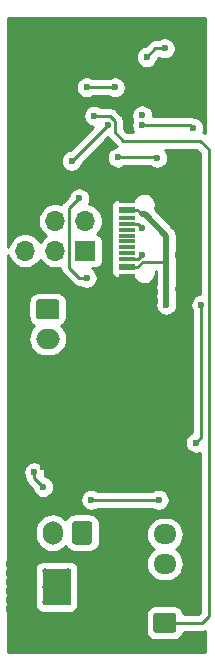
<source format=gbr>
%TF.GenerationSoftware,KiCad,Pcbnew,5.1.9-73d0e3b20d~88~ubuntu18.04.1*%
%TF.CreationDate,2021-02-25T17:56:51+01:00*%
%TF.ProjectId,climate_control,636c696d-6174-4655-9f63-6f6e74726f6c,rev?*%
%TF.SameCoordinates,Original*%
%TF.FileFunction,Copper,L2,Bot*%
%TF.FilePolarity,Positive*%
%FSLAX46Y46*%
G04 Gerber Fmt 4.6, Leading zero omitted, Abs format (unit mm)*
G04 Created by KiCad (PCBNEW 5.1.9-73d0e3b20d~88~ubuntu18.04.1) date 2021-02-25 17:56:51*
%MOMM*%
%LPD*%
G01*
G04 APERTURE LIST*
%TA.AperFunction,ComponentPad*%
%ADD10O,1.950000X1.700000*%
%TD*%
%TA.AperFunction,SMDPad,CuDef*%
%ADD11R,3.100000X2.410000*%
%TD*%
%TA.AperFunction,ComponentPad*%
%ADD12C,0.500000*%
%TD*%
%TA.AperFunction,SMDPad,CuDef*%
%ADD13R,2.410000X3.100000*%
%TD*%
%TA.AperFunction,ComponentPad*%
%ADD14C,0.600000*%
%TD*%
%TA.AperFunction,SMDPad,CuDef*%
%ADD15R,2.800000X2.300000*%
%TD*%
%TA.AperFunction,ComponentPad*%
%ADD16O,1.700000X2.000000*%
%TD*%
%TA.AperFunction,ComponentPad*%
%ADD17O,2.000000X1.700000*%
%TD*%
%TA.AperFunction,ComponentPad*%
%ADD18O,2.100000X1.050000*%
%TD*%
%TA.AperFunction,SMDPad,CuDef*%
%ADD19R,1.450000X0.600000*%
%TD*%
%TA.AperFunction,SMDPad,CuDef*%
%ADD20R,1.450000X0.300000*%
%TD*%
%TA.AperFunction,ComponentPad*%
%ADD21R,1.700000X1.700000*%
%TD*%
%TA.AperFunction,ComponentPad*%
%ADD22O,1.700000X1.700000*%
%TD*%
%TA.AperFunction,ViaPad*%
%ADD23C,0.600000*%
%TD*%
%TA.AperFunction,ViaPad*%
%ADD24C,0.800000*%
%TD*%
%TA.AperFunction,Conductor*%
%ADD25C,0.250000*%
%TD*%
%TA.AperFunction,Conductor*%
%ADD26C,0.500000*%
%TD*%
%TA.AperFunction,Conductor*%
%ADD27C,0.254000*%
%TD*%
%TA.AperFunction,Conductor*%
%ADD28C,0.100000*%
%TD*%
G04 APERTURE END LIST*
%TO.P,J1,1*%
%TO.N,SWITCH*%
%TA.AperFunction,ComponentPad*%
G36*
G01*
X114644000Y-153758000D02*
X113194000Y-153758000D01*
G75*
G02*
X112944000Y-153508000I0J250000D01*
G01*
X112944000Y-152308000D01*
G75*
G02*
X113194000Y-152058000I250000J0D01*
G01*
X114644000Y-152058000D01*
G75*
G02*
X114894000Y-152308000I0J-250000D01*
G01*
X114894000Y-153508000D01*
G75*
G02*
X114644000Y-153758000I-250000J0D01*
G01*
G37*
%TD.AperFunction*%
D10*
%TO.P,J1,2*%
%TO.N,GND*%
X113919000Y-150408000D03*
%TO.P,J1,3*%
%TO.N,LED*%
X113919000Y-147908000D03*
%TO.P,J1,4*%
%TO.N,Net-(J1-Pad4)*%
X113919000Y-145408000D03*
%TD*%
D11*
%TO.P,U1,9*%
%TO.N,GND*%
X114300000Y-133350000D03*
D12*
X113000000Y-134305000D03*
X113000000Y-132395000D03*
X114300000Y-134305000D03*
X114300000Y-132395000D03*
X115600000Y-134305000D03*
X115600000Y-132395000D03*
%TD*%
%TO.P,U2,9*%
%TO.N,-BATT*%
X103820000Y-148560000D03*
X105730000Y-148560000D03*
X103820000Y-149860000D03*
X105730000Y-149860000D03*
X103820000Y-151160000D03*
X105730000Y-151160000D03*
D13*
X104775000Y-149860000D03*
%TD*%
D14*
%TO.P,U4,11*%
%TO.N,GND*%
X103390000Y-135628000D03*
X104140000Y-135128000D03*
X104890000Y-135628000D03*
X104890000Y-134628000D03*
X103390000Y-134628000D03*
D15*
X104140000Y-135128000D03*
%TD*%
D16*
%TO.P,J2,2*%
%TO.N,-BATT*%
X104434000Y-145288000D03*
%TO.P,J2,1*%
%TO.N,+BATT*%
%TA.AperFunction,ComponentPad*%
G36*
G01*
X107784000Y-144538000D02*
X107784000Y-146038000D01*
G75*
G02*
X107534000Y-146288000I-250000J0D01*
G01*
X106334000Y-146288000D01*
G75*
G02*
X106084000Y-146038000I0J250000D01*
G01*
X106084000Y-144538000D01*
G75*
G02*
X106334000Y-144288000I250000J0D01*
G01*
X107534000Y-144288000D01*
G75*
G02*
X107784000Y-144538000I0J-250000D01*
G01*
G37*
%TD.AperFunction*%
%TD*%
%TO.P,J4,1*%
%TO.N,Net-(J4-Pad1)*%
%TA.AperFunction,ComponentPad*%
G36*
G01*
X103263000Y-125515000D02*
X104763000Y-125515000D01*
G75*
G02*
X105013000Y-125765000I0J-250000D01*
G01*
X105013000Y-126965000D01*
G75*
G02*
X104763000Y-127215000I-250000J0D01*
G01*
X103263000Y-127215000D01*
G75*
G02*
X103013000Y-126965000I0J250000D01*
G01*
X103013000Y-125765000D01*
G75*
G02*
X103263000Y-125515000I250000J0D01*
G01*
G37*
%TD.AperFunction*%
D17*
%TO.P,J4,2*%
%TO.N,+VSW*%
X104013000Y-128865000D03*
%TD*%
D18*
%TO.P,J3,S1*%
%TO.N,GND*%
X115824000Y-124684000D03*
X115824000Y-116044000D03*
X111644000Y-124684000D03*
X111644000Y-116044000D03*
D19*
%TO.P,J3,B1A12*%
X110729000Y-123614000D03*
%TO.P,J3,B4A9*%
%TO.N,+5V*%
X110729000Y-122814000D03*
D20*
%TO.P,J3,B5*%
%TO.N,Net-(J3-PadB5)*%
X110729000Y-122114000D03*
%TO.P,J3,A8*%
%TO.N,Net-(J3-PadA8)*%
X110729000Y-121614000D03*
%TO.P,J3,B6*%
%TO.N,Net-(J3-PadB6)*%
X110729000Y-121114000D03*
%TO.P,J3,A7*%
%TO.N,Net-(J3-PadA7)*%
X110729000Y-120614000D03*
%TO.P,J3,B8*%
%TO.N,Net-(J3-PadB8)*%
X110729000Y-118614000D03*
%TO.P,J3,A5*%
%TO.N,Net-(J3-PadA5)*%
X110729000Y-119114000D03*
%TO.P,J3,B7*%
%TO.N,Net-(J3-PadB7)*%
X110729000Y-119614000D03*
%TO.P,J3,A6*%
%TO.N,Net-(J3-PadA6)*%
X110729000Y-120114000D03*
D19*
%TO.P,J3,A4B9*%
%TO.N,+5V*%
X110729000Y-117914000D03*
%TO.P,J3,A1B12*%
%TO.N,GND*%
X110729000Y-117114000D03*
%TD*%
D21*
%TO.P,J5,1*%
%TO.N,MISO*%
X107188000Y-121412000D03*
D22*
%TO.P,J5,2*%
%TO.N,Net-(J5-Pad2)*%
X107188000Y-118872000D03*
%TO.P,J5,3*%
%TO.N,SCK*%
X104648000Y-121412000D03*
%TO.P,J5,4*%
%TO.N,MOSI*%
X104648000Y-118872000D03*
%TO.P,J5,5*%
%TO.N,~RST*%
X102108000Y-121412000D03*
%TO.P,J5,6*%
%TO.N,GND*%
X102108000Y-118872000D03*
%TD*%
D23*
%TO.N,SWITCH*%
X107950000Y-109982000D03*
%TO.N,+BATT*%
X112014000Y-109943997D03*
X107315000Y-107569000D03*
X109699000Y-107569000D03*
X113919000Y-104267000D03*
X112395000Y-105000002D03*
%TO.N,+VSW*%
X102870000Y-140150011D03*
X103632000Y-141400011D03*
X107696000Y-142494000D03*
X113411000Y-142494000D03*
%TO.N,+5V*%
X114046000Y-125222000D03*
X114046000Y-125984000D03*
X114046000Y-124460000D03*
X116574980Y-137648835D03*
X117024990Y-125984000D03*
%TO.N,Net-(J3-PadB5)*%
X112014000Y-121761000D03*
%TO.N,LED*%
X112014000Y-110744000D03*
X116332000Y-110998000D03*
%TO.N,Net-(J3-PadA5)*%
X112014000Y-119475000D03*
%TO.N,HEATER_PWM*%
X106680000Y-116967000D03*
X107315000Y-123698000D03*
%TO.N,SCK*%
X109963498Y-113508743D03*
X113284000Y-113538000D03*
%TO.N,~RST*%
X109093000Y-110744000D03*
X106045000Y-113792000D03*
%TO.N,GND*%
X101600000Y-139700000D03*
X103632000Y-139700000D03*
X104648000Y-139700000D03*
X106680000Y-141224000D03*
X106680000Y-139700000D03*
X108839000Y-130556000D03*
X108331000Y-129032000D03*
X114300000Y-141224000D03*
D24*
X109093000Y-125476000D03*
X108331000Y-126238000D03*
X108331000Y-124714000D03*
D23*
X100711000Y-147955000D03*
X100711000Y-148717000D03*
X100711000Y-149479000D03*
X100711000Y-150241000D03*
X100711000Y-151003000D03*
X100711000Y-151765000D03*
X102075000Y-147353000D03*
X102075000Y-152367000D03*
X117094000Y-108458000D03*
X117094000Y-109982000D03*
X114935000Y-127000000D03*
X113284000Y-126873000D03*
X112395000Y-125984000D03*
X115062000Y-121761000D03*
X115062000Y-119475000D03*
X117094000Y-105918000D03*
X103886000Y-108331000D03*
X115062000Y-107569000D03*
X101600000Y-107569000D03*
%TD*%
D25*
%TO.N,SWITCH*%
X117649990Y-152352010D02*
X117087000Y-152915000D01*
X109256002Y-109982000D02*
X109718001Y-110443999D01*
X107950000Y-109982000D02*
X109256002Y-109982000D01*
X109718001Y-110443999D02*
X109718001Y-111369001D01*
X110426500Y-112077500D02*
X116903500Y-112077500D01*
X109718001Y-111369001D02*
X110426500Y-112077500D01*
X116903500Y-112077500D02*
X117649990Y-112823990D01*
X117649990Y-152352010D02*
X117649990Y-112823990D01*
X113926000Y-152915000D02*
X113919000Y-152908000D01*
X115182000Y-152915000D02*
X113926000Y-152915000D01*
X115182000Y-152915000D02*
X114935000Y-152915000D01*
X117087000Y-152915000D02*
X115182000Y-152915000D01*
%TO.N,+BATT*%
X107315000Y-107569000D02*
X109699000Y-107569000D01*
X113919000Y-104267000D02*
X113128002Y-104267000D01*
X113128002Y-104267000D02*
X112395000Y-105000002D01*
%TO.N,+VSW*%
X102870000Y-140150011D02*
X102870000Y-140638011D01*
X102870000Y-140638011D02*
X103632000Y-141400011D01*
X107696000Y-142494000D02*
X113411000Y-142494000D01*
%TO.N,+5V*%
X111614998Y-117914000D02*
X110729000Y-117914000D01*
X112032998Y-118332000D02*
X111614998Y-117914000D01*
D26*
X114046000Y-125984000D02*
X114046000Y-125222000D01*
X114046000Y-124460000D02*
X114046000Y-125222000D01*
X112235002Y-118332000D02*
X112032998Y-118332000D01*
X114046000Y-120142998D02*
X112235002Y-118332000D01*
D25*
X113877001Y-122386001D02*
X114046000Y-122555000D01*
X111614998Y-122814000D02*
X112042997Y-122386001D01*
X110729000Y-122814000D02*
X111614998Y-122814000D01*
D26*
X114046000Y-124460000D02*
X114046000Y-122555000D01*
D25*
X112042997Y-122386001D02*
X113877001Y-122386001D01*
D26*
X114046000Y-122555000D02*
X114046000Y-120142998D01*
D25*
X116574980Y-137648835D02*
X117024990Y-137198825D01*
X117024990Y-137198825D02*
X117024990Y-125984000D01*
%TO.N,Net-(J3-PadB5)*%
X110729000Y-122114000D02*
X111661000Y-122114000D01*
X111661000Y-122114000D02*
X112014000Y-121761000D01*
%TO.N,LED*%
X112014000Y-110744000D02*
X116078000Y-110744000D01*
X116078000Y-110744000D02*
X116332000Y-110998000D01*
%TO.N,Net-(J3-PadA5)*%
X110729000Y-119114000D02*
X111653000Y-119114000D01*
X111653000Y-119114000D02*
X112014000Y-119475000D01*
%TO.N,HEATER_PWM*%
X105823001Y-117823999D02*
X106680000Y-116967000D01*
X105823001Y-122841001D02*
X105823001Y-117823999D01*
X107315000Y-123698000D02*
X106680000Y-123698000D01*
X106680000Y-123698000D02*
X105823001Y-122841001D01*
%TO.N,SCK*%
X109963498Y-113508743D02*
X113254743Y-113508743D01*
X113254743Y-113508743D02*
X113284000Y-113538000D01*
%TO.N,~RST*%
X109093000Y-110744000D02*
X106045000Y-113792000D01*
%TO.N,GND*%
X110729000Y-116959000D02*
X111644000Y-116044000D01*
X110729000Y-123769000D02*
X111644000Y-124684000D01*
%TD*%
D27*
%TO.N,GND*%
X117340001Y-111452559D02*
X117327776Y-111442526D01*
X117195747Y-111371954D01*
X117189877Y-111370173D01*
X117231068Y-111270729D01*
X117267000Y-111090089D01*
X117267000Y-110905911D01*
X117231068Y-110725271D01*
X117160586Y-110555111D01*
X117058262Y-110401972D01*
X116928028Y-110271738D01*
X116774889Y-110169414D01*
X116604729Y-110098932D01*
X116424089Y-110063000D01*
X116416169Y-110063000D01*
X116370247Y-110038454D01*
X116226986Y-109994997D01*
X116115333Y-109984000D01*
X116115322Y-109984000D01*
X116078000Y-109980324D01*
X116040678Y-109984000D01*
X112949000Y-109984000D01*
X112949000Y-109851908D01*
X112913068Y-109671268D01*
X112842586Y-109501108D01*
X112740262Y-109347969D01*
X112610028Y-109217735D01*
X112456889Y-109115411D01*
X112286729Y-109044929D01*
X112106089Y-109008997D01*
X111921911Y-109008997D01*
X111741271Y-109044929D01*
X111571111Y-109115411D01*
X111417972Y-109217735D01*
X111287738Y-109347969D01*
X111185414Y-109501108D01*
X111114932Y-109671268D01*
X111079000Y-109851908D01*
X111079000Y-110036086D01*
X111114932Y-110216726D01*
X111167650Y-110343999D01*
X111114932Y-110471271D01*
X111079000Y-110651911D01*
X111079000Y-110836089D01*
X111114932Y-111016729D01*
X111185414Y-111186889D01*
X111272685Y-111317500D01*
X110741302Y-111317500D01*
X110478001Y-111054200D01*
X110478001Y-110481321D01*
X110481677Y-110443998D01*
X110478001Y-110406675D01*
X110478001Y-110406666D01*
X110467004Y-110295013D01*
X110423547Y-110151752D01*
X110352975Y-110019723D01*
X110258002Y-109903998D01*
X110228999Y-109880196D01*
X109819806Y-109471003D01*
X109796003Y-109441999D01*
X109680278Y-109347026D01*
X109548249Y-109276454D01*
X109404988Y-109232997D01*
X109293335Y-109222000D01*
X109293324Y-109222000D01*
X109256002Y-109218324D01*
X109218680Y-109222000D01*
X108495535Y-109222000D01*
X108392889Y-109153414D01*
X108222729Y-109082932D01*
X108042089Y-109047000D01*
X107857911Y-109047000D01*
X107677271Y-109082932D01*
X107507111Y-109153414D01*
X107353972Y-109255738D01*
X107223738Y-109385972D01*
X107121414Y-109539111D01*
X107050932Y-109709271D01*
X107015000Y-109889911D01*
X107015000Y-110074089D01*
X107050932Y-110254729D01*
X107121414Y-110424889D01*
X107223738Y-110578028D01*
X107353972Y-110708262D01*
X107507111Y-110810586D01*
X107677271Y-110881068D01*
X107847307Y-110914891D01*
X105893352Y-112868847D01*
X105772271Y-112892932D01*
X105602111Y-112963414D01*
X105448972Y-113065738D01*
X105318738Y-113195972D01*
X105216414Y-113349111D01*
X105145932Y-113519271D01*
X105110000Y-113699911D01*
X105110000Y-113884089D01*
X105145932Y-114064729D01*
X105216414Y-114234889D01*
X105318738Y-114388028D01*
X105448972Y-114518262D01*
X105602111Y-114620586D01*
X105772271Y-114691068D01*
X105952911Y-114727000D01*
X106137089Y-114727000D01*
X106317729Y-114691068D01*
X106487889Y-114620586D01*
X106641028Y-114518262D01*
X106771262Y-114388028D01*
X106873586Y-114234889D01*
X106944068Y-114064729D01*
X106968153Y-113943648D01*
X109099028Y-111812774D01*
X109154202Y-111880003D01*
X109178001Y-111909002D01*
X109206999Y-111932800D01*
X109851835Y-112577637D01*
X109690769Y-112609675D01*
X109520609Y-112680157D01*
X109367470Y-112782481D01*
X109237236Y-112912715D01*
X109134912Y-113065854D01*
X109064430Y-113236014D01*
X109028498Y-113416654D01*
X109028498Y-113600832D01*
X109064430Y-113781472D01*
X109134912Y-113951632D01*
X109237236Y-114104771D01*
X109367470Y-114235005D01*
X109520609Y-114337329D01*
X109690769Y-114407811D01*
X109871409Y-114443743D01*
X110055587Y-114443743D01*
X110236227Y-114407811D01*
X110406387Y-114337329D01*
X110509033Y-114268743D01*
X112694678Y-114268743D01*
X112841111Y-114366586D01*
X113011271Y-114437068D01*
X113191911Y-114473000D01*
X113376089Y-114473000D01*
X113556729Y-114437068D01*
X113726889Y-114366586D01*
X113880028Y-114264262D01*
X114010262Y-114134028D01*
X114112586Y-113980889D01*
X114183068Y-113810729D01*
X114219000Y-113630089D01*
X114219000Y-113445911D01*
X114183068Y-113265271D01*
X114112586Y-113095111D01*
X114010262Y-112941972D01*
X113905790Y-112837500D01*
X116588699Y-112837500D01*
X116889991Y-113138793D01*
X116889991Y-125057536D01*
X116752261Y-125084932D01*
X116582101Y-125155414D01*
X116428962Y-125257738D01*
X116298728Y-125387972D01*
X116196404Y-125541111D01*
X116125922Y-125711271D01*
X116089990Y-125891911D01*
X116089990Y-126076089D01*
X116125922Y-126256729D01*
X116196404Y-126426889D01*
X116264991Y-126529537D01*
X116264990Y-136765201D01*
X116132091Y-136820249D01*
X115978952Y-136922573D01*
X115848718Y-137052807D01*
X115746394Y-137205946D01*
X115675912Y-137376106D01*
X115639980Y-137556746D01*
X115639980Y-137740924D01*
X115675912Y-137921564D01*
X115746394Y-138091724D01*
X115848718Y-138244863D01*
X115978952Y-138375097D01*
X116132091Y-138477421D01*
X116302251Y-138547903D01*
X116482891Y-138583835D01*
X116667069Y-138583835D01*
X116847709Y-138547903D01*
X116889990Y-138530390D01*
X116889990Y-152037208D01*
X116772199Y-152155000D01*
X115517003Y-152155000D01*
X115515008Y-152134746D01*
X115464472Y-151968150D01*
X115382405Y-151814614D01*
X115271962Y-151680038D01*
X115137386Y-151569595D01*
X114983850Y-151487528D01*
X114817254Y-151436992D01*
X114644000Y-151419928D01*
X113194000Y-151419928D01*
X113020746Y-151436992D01*
X112854150Y-151487528D01*
X112700614Y-151569595D01*
X112566038Y-151680038D01*
X112455595Y-151814614D01*
X112373528Y-151968150D01*
X112322992Y-152134746D01*
X112305928Y-152308000D01*
X112305928Y-153508000D01*
X112322992Y-153681254D01*
X112373528Y-153847850D01*
X112455595Y-154001386D01*
X112566038Y-154135962D01*
X112700614Y-154246405D01*
X112854150Y-154328472D01*
X113020746Y-154379008D01*
X113194000Y-154396072D01*
X114644000Y-154396072D01*
X114817254Y-154379008D01*
X114983850Y-154328472D01*
X115137386Y-154246405D01*
X115271962Y-154135962D01*
X115382405Y-154001386D01*
X115464472Y-153847850D01*
X115515008Y-153681254D01*
X115515624Y-153675000D01*
X117049678Y-153675000D01*
X117087000Y-153678676D01*
X117124322Y-153675000D01*
X117124333Y-153675000D01*
X117235986Y-153664003D01*
X117340000Y-153632451D01*
X117340000Y-155340000D01*
X100660000Y-155340000D01*
X100660000Y-148310000D01*
X102931928Y-148310000D01*
X102931928Y-151410000D01*
X102944188Y-151534482D01*
X102980498Y-151654180D01*
X103039463Y-151764494D01*
X103118815Y-151861185D01*
X103215506Y-151940537D01*
X103325820Y-151999502D01*
X103445518Y-152035812D01*
X103570000Y-152048072D01*
X105980000Y-152048072D01*
X106104482Y-152035812D01*
X106224180Y-151999502D01*
X106334494Y-151940537D01*
X106431185Y-151861185D01*
X106510537Y-151764494D01*
X106569502Y-151654180D01*
X106605812Y-151534482D01*
X106618072Y-151410000D01*
X106618072Y-148310000D01*
X106605812Y-148185518D01*
X106569502Y-148065820D01*
X106510537Y-147955506D01*
X106431185Y-147858815D01*
X106334494Y-147779463D01*
X106224180Y-147720498D01*
X106104482Y-147684188D01*
X105980000Y-147671928D01*
X103570000Y-147671928D01*
X103445518Y-147684188D01*
X103325820Y-147720498D01*
X103215506Y-147779463D01*
X103118815Y-147858815D01*
X103039463Y-147955506D01*
X102980498Y-148065820D01*
X102944188Y-148185518D01*
X102931928Y-148310000D01*
X100660000Y-148310000D01*
X100660000Y-145065050D01*
X102949000Y-145065050D01*
X102949000Y-145510949D01*
X102970487Y-145729110D01*
X103055401Y-146009033D01*
X103193294Y-146267013D01*
X103378866Y-146493134D01*
X103604986Y-146678706D01*
X103862966Y-146816599D01*
X104142889Y-146901513D01*
X104434000Y-146930185D01*
X104725110Y-146901513D01*
X105005033Y-146816599D01*
X105263013Y-146678706D01*
X105489134Y-146493134D01*
X105541223Y-146429663D01*
X105595595Y-146531386D01*
X105706038Y-146665962D01*
X105840614Y-146776405D01*
X105994150Y-146858472D01*
X106160746Y-146909008D01*
X106334000Y-146926072D01*
X107534000Y-146926072D01*
X107707254Y-146909008D01*
X107873850Y-146858472D01*
X108027386Y-146776405D01*
X108161962Y-146665962D01*
X108272405Y-146531386D01*
X108354472Y-146377850D01*
X108405008Y-146211254D01*
X108422072Y-146038000D01*
X108422072Y-145408000D01*
X112301815Y-145408000D01*
X112330487Y-145699111D01*
X112415401Y-145979034D01*
X112553294Y-146237014D01*
X112738866Y-146463134D01*
X112964986Y-146648706D01*
X112982374Y-146658000D01*
X112964986Y-146667294D01*
X112738866Y-146852866D01*
X112553294Y-147078986D01*
X112415401Y-147336966D01*
X112330487Y-147616889D01*
X112301815Y-147908000D01*
X112330487Y-148199111D01*
X112415401Y-148479034D01*
X112553294Y-148737014D01*
X112738866Y-148963134D01*
X112964986Y-149148706D01*
X113222966Y-149286599D01*
X113502889Y-149371513D01*
X113721050Y-149393000D01*
X114116950Y-149393000D01*
X114335111Y-149371513D01*
X114615034Y-149286599D01*
X114873014Y-149148706D01*
X115099134Y-148963134D01*
X115284706Y-148737014D01*
X115422599Y-148479034D01*
X115507513Y-148199111D01*
X115536185Y-147908000D01*
X115507513Y-147616889D01*
X115422599Y-147336966D01*
X115284706Y-147078986D01*
X115099134Y-146852866D01*
X114873014Y-146667294D01*
X114855626Y-146658000D01*
X114873014Y-146648706D01*
X115099134Y-146463134D01*
X115284706Y-146237014D01*
X115422599Y-145979034D01*
X115507513Y-145699111D01*
X115536185Y-145408000D01*
X115507513Y-145116889D01*
X115422599Y-144836966D01*
X115284706Y-144578986D01*
X115099134Y-144352866D01*
X114873014Y-144167294D01*
X114615034Y-144029401D01*
X114335111Y-143944487D01*
X114116950Y-143923000D01*
X113721050Y-143923000D01*
X113502889Y-143944487D01*
X113222966Y-144029401D01*
X112964986Y-144167294D01*
X112738866Y-144352866D01*
X112553294Y-144578986D01*
X112415401Y-144836966D01*
X112330487Y-145116889D01*
X112301815Y-145408000D01*
X108422072Y-145408000D01*
X108422072Y-144538000D01*
X108405008Y-144364746D01*
X108354472Y-144198150D01*
X108272405Y-144044614D01*
X108161962Y-143910038D01*
X108027386Y-143799595D01*
X107873850Y-143717528D01*
X107707254Y-143666992D01*
X107534000Y-143649928D01*
X106334000Y-143649928D01*
X106160746Y-143666992D01*
X105994150Y-143717528D01*
X105840614Y-143799595D01*
X105706038Y-143910038D01*
X105595595Y-144044614D01*
X105541223Y-144146337D01*
X105489134Y-144082866D01*
X105263014Y-143897294D01*
X105005034Y-143759401D01*
X104725111Y-143674487D01*
X104434000Y-143645815D01*
X104142890Y-143674487D01*
X103862967Y-143759401D01*
X103604987Y-143897294D01*
X103378866Y-144082866D01*
X103193294Y-144308986D01*
X103055401Y-144566966D01*
X102970487Y-144846889D01*
X102949000Y-145065050D01*
X100660000Y-145065050D01*
X100660000Y-142401911D01*
X106761000Y-142401911D01*
X106761000Y-142586089D01*
X106796932Y-142766729D01*
X106867414Y-142936889D01*
X106969738Y-143090028D01*
X107099972Y-143220262D01*
X107253111Y-143322586D01*
X107423271Y-143393068D01*
X107603911Y-143429000D01*
X107788089Y-143429000D01*
X107968729Y-143393068D01*
X108138889Y-143322586D01*
X108241535Y-143254000D01*
X112865465Y-143254000D01*
X112968111Y-143322586D01*
X113138271Y-143393068D01*
X113318911Y-143429000D01*
X113503089Y-143429000D01*
X113683729Y-143393068D01*
X113853889Y-143322586D01*
X114007028Y-143220262D01*
X114137262Y-143090028D01*
X114239586Y-142936889D01*
X114310068Y-142766729D01*
X114346000Y-142586089D01*
X114346000Y-142401911D01*
X114310068Y-142221271D01*
X114239586Y-142051111D01*
X114137262Y-141897972D01*
X114007028Y-141767738D01*
X113853889Y-141665414D01*
X113683729Y-141594932D01*
X113503089Y-141559000D01*
X113318911Y-141559000D01*
X113138271Y-141594932D01*
X112968111Y-141665414D01*
X112865465Y-141734000D01*
X108241535Y-141734000D01*
X108138889Y-141665414D01*
X107968729Y-141594932D01*
X107788089Y-141559000D01*
X107603911Y-141559000D01*
X107423271Y-141594932D01*
X107253111Y-141665414D01*
X107099972Y-141767738D01*
X106969738Y-141897972D01*
X106867414Y-142051111D01*
X106796932Y-142221271D01*
X106761000Y-142401911D01*
X100660000Y-142401911D01*
X100660000Y-140057922D01*
X101935000Y-140057922D01*
X101935000Y-140242100D01*
X101970932Y-140422740D01*
X102041414Y-140592900D01*
X102112334Y-140699039D01*
X102120997Y-140786997D01*
X102164454Y-140930258D01*
X102235026Y-141062287D01*
X102330000Y-141178012D01*
X102358998Y-141201810D01*
X102708847Y-141551660D01*
X102732932Y-141672740D01*
X102803414Y-141842900D01*
X102905738Y-141996039D01*
X103035972Y-142126273D01*
X103189111Y-142228597D01*
X103359271Y-142299079D01*
X103539911Y-142335011D01*
X103724089Y-142335011D01*
X103904729Y-142299079D01*
X104074889Y-142228597D01*
X104228028Y-142126273D01*
X104358262Y-141996039D01*
X104460586Y-141842900D01*
X104531068Y-141672740D01*
X104567000Y-141492100D01*
X104567000Y-141307922D01*
X104531068Y-141127282D01*
X104460586Y-140957122D01*
X104358262Y-140803983D01*
X104228028Y-140673749D01*
X104074889Y-140571425D01*
X103904729Y-140500943D01*
X103783649Y-140476858D01*
X103757488Y-140450697D01*
X103769068Y-140422740D01*
X103805000Y-140242100D01*
X103805000Y-140057922D01*
X103769068Y-139877282D01*
X103698586Y-139707122D01*
X103596262Y-139553983D01*
X103466028Y-139423749D01*
X103312889Y-139321425D01*
X103142729Y-139250943D01*
X102962089Y-139215011D01*
X102777911Y-139215011D01*
X102597271Y-139250943D01*
X102427111Y-139321425D01*
X102273972Y-139423749D01*
X102143738Y-139553983D01*
X102041414Y-139707122D01*
X101970932Y-139877282D01*
X101935000Y-140057922D01*
X100660000Y-140057922D01*
X100660000Y-128865000D01*
X102370815Y-128865000D01*
X102399487Y-129156111D01*
X102484401Y-129436034D01*
X102622294Y-129694014D01*
X102807866Y-129920134D01*
X103033986Y-130105706D01*
X103291966Y-130243599D01*
X103571889Y-130328513D01*
X103790050Y-130350000D01*
X104235950Y-130350000D01*
X104454111Y-130328513D01*
X104734034Y-130243599D01*
X104992014Y-130105706D01*
X105218134Y-129920134D01*
X105403706Y-129694014D01*
X105541599Y-129436034D01*
X105626513Y-129156111D01*
X105655185Y-128865000D01*
X105626513Y-128573889D01*
X105541599Y-128293966D01*
X105403706Y-128035986D01*
X105218134Y-127809866D01*
X105154663Y-127757777D01*
X105256386Y-127703405D01*
X105390962Y-127592962D01*
X105501405Y-127458386D01*
X105583472Y-127304850D01*
X105634008Y-127138254D01*
X105651072Y-126965000D01*
X105651072Y-125765000D01*
X105634008Y-125591746D01*
X105583472Y-125425150D01*
X105501405Y-125271614D01*
X105390962Y-125137038D01*
X105256386Y-125026595D01*
X105102850Y-124944528D01*
X104936254Y-124893992D01*
X104763000Y-124876928D01*
X103263000Y-124876928D01*
X103089746Y-124893992D01*
X102923150Y-124944528D01*
X102769614Y-125026595D01*
X102635038Y-125137038D01*
X102524595Y-125271614D01*
X102442528Y-125425150D01*
X102391992Y-125591746D01*
X102374928Y-125765000D01*
X102374928Y-126965000D01*
X102391992Y-127138254D01*
X102442528Y-127304850D01*
X102524595Y-127458386D01*
X102635038Y-127592962D01*
X102769614Y-127703405D01*
X102871337Y-127757777D01*
X102807866Y-127809866D01*
X102622294Y-128035986D01*
X102484401Y-128293966D01*
X102399487Y-128573889D01*
X102370815Y-128865000D01*
X100660000Y-128865000D01*
X100660000Y-121744270D01*
X100680068Y-121845158D01*
X100792010Y-122115411D01*
X100954525Y-122358632D01*
X101161368Y-122565475D01*
X101404589Y-122727990D01*
X101674842Y-122839932D01*
X101961740Y-122897000D01*
X102254260Y-122897000D01*
X102541158Y-122839932D01*
X102811411Y-122727990D01*
X103054632Y-122565475D01*
X103261475Y-122358632D01*
X103378000Y-122184240D01*
X103494525Y-122358632D01*
X103701368Y-122565475D01*
X103944589Y-122727990D01*
X104214842Y-122839932D01*
X104501740Y-122897000D01*
X104794260Y-122897000D01*
X105059641Y-122844212D01*
X105063001Y-122878323D01*
X105063001Y-122878333D01*
X105073998Y-122989986D01*
X105109265Y-123106247D01*
X105117455Y-123133247D01*
X105188027Y-123265277D01*
X105211937Y-123294411D01*
X105283000Y-123381002D01*
X105312003Y-123404804D01*
X106116201Y-124209003D01*
X106139999Y-124238001D01*
X106208268Y-124294028D01*
X106255724Y-124332974D01*
X106387753Y-124403546D01*
X106531014Y-124447003D01*
X106680000Y-124461677D01*
X106717333Y-124458000D01*
X106769465Y-124458000D01*
X106872111Y-124526586D01*
X107042271Y-124597068D01*
X107222911Y-124633000D01*
X107407089Y-124633000D01*
X107587729Y-124597068D01*
X107757889Y-124526586D01*
X107911028Y-124424262D01*
X108041262Y-124294028D01*
X108143586Y-124140889D01*
X108214068Y-123970729D01*
X108250000Y-123790089D01*
X108250000Y-123605911D01*
X108214068Y-123425271D01*
X108143586Y-123255111D01*
X108041262Y-123101972D01*
X107911028Y-122971738D01*
X107803772Y-122900072D01*
X108038000Y-122900072D01*
X108162482Y-122887812D01*
X108282180Y-122851502D01*
X108392494Y-122792537D01*
X108489185Y-122713185D01*
X108568537Y-122616494D01*
X108627502Y-122506180D01*
X108663812Y-122386482D01*
X108676072Y-122262000D01*
X108676072Y-120562000D01*
X108663812Y-120437518D01*
X108627502Y-120317820D01*
X108568537Y-120207506D01*
X108489185Y-120110815D01*
X108392494Y-120031463D01*
X108282180Y-119972498D01*
X108209620Y-119950487D01*
X108341475Y-119818632D01*
X108503990Y-119575411D01*
X108615932Y-119305158D01*
X108673000Y-119018260D01*
X108673000Y-118725740D01*
X108615932Y-118438842D01*
X108503990Y-118168589D01*
X108341475Y-117925368D01*
X108134632Y-117718525D01*
X107978200Y-117614000D01*
X109365928Y-117614000D01*
X109365928Y-118214000D01*
X109378188Y-118338482D01*
X109378345Y-118339000D01*
X109378188Y-118339518D01*
X109365928Y-118464000D01*
X109365928Y-118764000D01*
X109375777Y-118864000D01*
X109365928Y-118964000D01*
X109365928Y-119264000D01*
X109375777Y-119364000D01*
X109365928Y-119464000D01*
X109365928Y-119764000D01*
X109375777Y-119864000D01*
X109365928Y-119964000D01*
X109365928Y-120264000D01*
X109375777Y-120364000D01*
X109365928Y-120464000D01*
X109365928Y-120764000D01*
X109375777Y-120864000D01*
X109365928Y-120964000D01*
X109365928Y-121264000D01*
X109375777Y-121364000D01*
X109365928Y-121464000D01*
X109365928Y-121764000D01*
X109375777Y-121864000D01*
X109365928Y-121964000D01*
X109365928Y-122264000D01*
X109378188Y-122388482D01*
X109378345Y-122389000D01*
X109378188Y-122389518D01*
X109365928Y-122514000D01*
X109365928Y-123114000D01*
X109378188Y-123238482D01*
X109414498Y-123358180D01*
X109473463Y-123468494D01*
X109552815Y-123565185D01*
X109649506Y-123644537D01*
X109759820Y-123703502D01*
X109879518Y-123739812D01*
X110004000Y-123752072D01*
X111322152Y-123752072D01*
X111408901Y-123881901D01*
X111546099Y-124019099D01*
X111707428Y-124126896D01*
X111886686Y-124201147D01*
X112076986Y-124239000D01*
X112271014Y-124239000D01*
X112461314Y-124201147D01*
X112640572Y-124126896D01*
X112801901Y-124019099D01*
X112939099Y-123881901D01*
X113046896Y-123720572D01*
X113121147Y-123541314D01*
X113159000Y-123351014D01*
X113159000Y-123156986D01*
X113156815Y-123146001D01*
X113161001Y-123146001D01*
X113161000Y-124153307D01*
X113146932Y-124187271D01*
X113111000Y-124367911D01*
X113111000Y-124552089D01*
X113146932Y-124732729D01*
X113161000Y-124766692D01*
X113161000Y-124915308D01*
X113146932Y-124949271D01*
X113111000Y-125129911D01*
X113111000Y-125314089D01*
X113146932Y-125494729D01*
X113161000Y-125528692D01*
X113161000Y-125677308D01*
X113146932Y-125711271D01*
X113111000Y-125891911D01*
X113111000Y-126076089D01*
X113146932Y-126256729D01*
X113217414Y-126426889D01*
X113319738Y-126580028D01*
X113449972Y-126710262D01*
X113603111Y-126812586D01*
X113773271Y-126883068D01*
X113953911Y-126919000D01*
X114138089Y-126919000D01*
X114318729Y-126883068D01*
X114488889Y-126812586D01*
X114642028Y-126710262D01*
X114772262Y-126580028D01*
X114874586Y-126426889D01*
X114945068Y-126256729D01*
X114981000Y-126076089D01*
X114981000Y-125891911D01*
X114945068Y-125711271D01*
X114931000Y-125677308D01*
X114931000Y-125528692D01*
X114945068Y-125494729D01*
X114981000Y-125314089D01*
X114981000Y-125129911D01*
X114945068Y-124949271D01*
X114931000Y-124915308D01*
X114931000Y-124766692D01*
X114945068Y-124732729D01*
X114981000Y-124552089D01*
X114981000Y-124367911D01*
X114945068Y-124187271D01*
X114931000Y-124153308D01*
X114931000Y-120186467D01*
X114935281Y-120142998D01*
X114931000Y-120099529D01*
X114931000Y-120099521D01*
X114919629Y-119984068D01*
X114918195Y-119969507D01*
X114894019Y-119889812D01*
X114867589Y-119802685D01*
X114785411Y-119648939D01*
X114674817Y-119514181D01*
X114641049Y-119486468D01*
X113061030Y-117906450D01*
X113121147Y-117761314D01*
X113159000Y-117571014D01*
X113159000Y-117376986D01*
X113121147Y-117186686D01*
X113046896Y-117007428D01*
X112939099Y-116846099D01*
X112801901Y-116708901D01*
X112640572Y-116601104D01*
X112461314Y-116526853D01*
X112271014Y-116489000D01*
X112076986Y-116489000D01*
X111886686Y-116526853D01*
X111707428Y-116601104D01*
X111546099Y-116708901D01*
X111408901Y-116846099D01*
X111322152Y-116975928D01*
X110004000Y-116975928D01*
X109879518Y-116988188D01*
X109759820Y-117024498D01*
X109649506Y-117083463D01*
X109552815Y-117162815D01*
X109473463Y-117259506D01*
X109414498Y-117369820D01*
X109378188Y-117489518D01*
X109365928Y-117614000D01*
X107978200Y-117614000D01*
X107891411Y-117556010D01*
X107621158Y-117444068D01*
X107501634Y-117420293D01*
X107508586Y-117409889D01*
X107579068Y-117239729D01*
X107615000Y-117059089D01*
X107615000Y-116874911D01*
X107579068Y-116694271D01*
X107508586Y-116524111D01*
X107406262Y-116370972D01*
X107276028Y-116240738D01*
X107122889Y-116138414D01*
X106952729Y-116067932D01*
X106772089Y-116032000D01*
X106587911Y-116032000D01*
X106407271Y-116067932D01*
X106237111Y-116138414D01*
X106083972Y-116240738D01*
X105953738Y-116370972D01*
X105851414Y-116524111D01*
X105780932Y-116694271D01*
X105756847Y-116815351D01*
X105311999Y-117260200D01*
X105283001Y-117283998D01*
X105259203Y-117312996D01*
X105259202Y-117312997D01*
X105188027Y-117399723D01*
X105149249Y-117472272D01*
X105081158Y-117444068D01*
X104794260Y-117387000D01*
X104501740Y-117387000D01*
X104214842Y-117444068D01*
X103944589Y-117556010D01*
X103701368Y-117718525D01*
X103494525Y-117925368D01*
X103332010Y-118168589D01*
X103220068Y-118438842D01*
X103163000Y-118725740D01*
X103163000Y-119018260D01*
X103220068Y-119305158D01*
X103332010Y-119575411D01*
X103494525Y-119818632D01*
X103701368Y-120025475D01*
X103875760Y-120142000D01*
X103701368Y-120258525D01*
X103494525Y-120465368D01*
X103378000Y-120639760D01*
X103261475Y-120465368D01*
X103054632Y-120258525D01*
X102811411Y-120096010D01*
X102541158Y-119984068D01*
X102254260Y-119927000D01*
X101961740Y-119927000D01*
X101674842Y-119984068D01*
X101404589Y-120096010D01*
X101161368Y-120258525D01*
X100954525Y-120465368D01*
X100792010Y-120708589D01*
X100680068Y-120978842D01*
X100660000Y-121079730D01*
X100660000Y-107476911D01*
X106380000Y-107476911D01*
X106380000Y-107661089D01*
X106415932Y-107841729D01*
X106486414Y-108011889D01*
X106588738Y-108165028D01*
X106718972Y-108295262D01*
X106872111Y-108397586D01*
X107042271Y-108468068D01*
X107222911Y-108504000D01*
X107407089Y-108504000D01*
X107587729Y-108468068D01*
X107757889Y-108397586D01*
X107860535Y-108329000D01*
X109153465Y-108329000D01*
X109256111Y-108397586D01*
X109426271Y-108468068D01*
X109606911Y-108504000D01*
X109791089Y-108504000D01*
X109971729Y-108468068D01*
X110141889Y-108397586D01*
X110295028Y-108295262D01*
X110425262Y-108165028D01*
X110527586Y-108011889D01*
X110598068Y-107841729D01*
X110634000Y-107661089D01*
X110634000Y-107476911D01*
X110598068Y-107296271D01*
X110527586Y-107126111D01*
X110425262Y-106972972D01*
X110295028Y-106842738D01*
X110141889Y-106740414D01*
X109971729Y-106669932D01*
X109791089Y-106634000D01*
X109606911Y-106634000D01*
X109426271Y-106669932D01*
X109256111Y-106740414D01*
X109153465Y-106809000D01*
X107860535Y-106809000D01*
X107757889Y-106740414D01*
X107587729Y-106669932D01*
X107407089Y-106634000D01*
X107222911Y-106634000D01*
X107042271Y-106669932D01*
X106872111Y-106740414D01*
X106718972Y-106842738D01*
X106588738Y-106972972D01*
X106486414Y-107126111D01*
X106415932Y-107296271D01*
X106380000Y-107476911D01*
X100660000Y-107476911D01*
X100660000Y-104907913D01*
X111460000Y-104907913D01*
X111460000Y-105092091D01*
X111495932Y-105272731D01*
X111566414Y-105442891D01*
X111668738Y-105596030D01*
X111798972Y-105726264D01*
X111952111Y-105828588D01*
X112122271Y-105899070D01*
X112302911Y-105935002D01*
X112487089Y-105935002D01*
X112667729Y-105899070D01*
X112837889Y-105828588D01*
X112991028Y-105726264D01*
X113121262Y-105596030D01*
X113223586Y-105442891D01*
X113294068Y-105272731D01*
X113318153Y-105151651D01*
X113415030Y-105054773D01*
X113476111Y-105095586D01*
X113646271Y-105166068D01*
X113826911Y-105202000D01*
X114011089Y-105202000D01*
X114191729Y-105166068D01*
X114361889Y-105095586D01*
X114515028Y-104993262D01*
X114645262Y-104863028D01*
X114747586Y-104709889D01*
X114818068Y-104539729D01*
X114854000Y-104359089D01*
X114854000Y-104174911D01*
X114818068Y-103994271D01*
X114747586Y-103824111D01*
X114645262Y-103670972D01*
X114515028Y-103540738D01*
X114361889Y-103438414D01*
X114191729Y-103367932D01*
X114011089Y-103332000D01*
X113826911Y-103332000D01*
X113646271Y-103367932D01*
X113476111Y-103438414D01*
X113373465Y-103507000D01*
X113165324Y-103507000D01*
X113128001Y-103503324D01*
X113090678Y-103507000D01*
X113090669Y-103507000D01*
X112979016Y-103517997D01*
X112835755Y-103561454D01*
X112703726Y-103632026D01*
X112588001Y-103726999D01*
X112564203Y-103755998D01*
X112243351Y-104076849D01*
X112122271Y-104100934D01*
X111952111Y-104171416D01*
X111798972Y-104273740D01*
X111668738Y-104403974D01*
X111566414Y-104557113D01*
X111495932Y-104727273D01*
X111460000Y-104907913D01*
X100660000Y-104907913D01*
X100660000Y-101660000D01*
X117340001Y-101660000D01*
X117340001Y-111452559D01*
%TA.AperFunction,Conductor*%
D28*
G36*
X117340001Y-111452559D02*
G01*
X117327776Y-111442526D01*
X117195747Y-111371954D01*
X117189877Y-111370173D01*
X117231068Y-111270729D01*
X117267000Y-111090089D01*
X117267000Y-110905911D01*
X117231068Y-110725271D01*
X117160586Y-110555111D01*
X117058262Y-110401972D01*
X116928028Y-110271738D01*
X116774889Y-110169414D01*
X116604729Y-110098932D01*
X116424089Y-110063000D01*
X116416169Y-110063000D01*
X116370247Y-110038454D01*
X116226986Y-109994997D01*
X116115333Y-109984000D01*
X116115322Y-109984000D01*
X116078000Y-109980324D01*
X116040678Y-109984000D01*
X112949000Y-109984000D01*
X112949000Y-109851908D01*
X112913068Y-109671268D01*
X112842586Y-109501108D01*
X112740262Y-109347969D01*
X112610028Y-109217735D01*
X112456889Y-109115411D01*
X112286729Y-109044929D01*
X112106089Y-109008997D01*
X111921911Y-109008997D01*
X111741271Y-109044929D01*
X111571111Y-109115411D01*
X111417972Y-109217735D01*
X111287738Y-109347969D01*
X111185414Y-109501108D01*
X111114932Y-109671268D01*
X111079000Y-109851908D01*
X111079000Y-110036086D01*
X111114932Y-110216726D01*
X111167650Y-110343999D01*
X111114932Y-110471271D01*
X111079000Y-110651911D01*
X111079000Y-110836089D01*
X111114932Y-111016729D01*
X111185414Y-111186889D01*
X111272685Y-111317500D01*
X110741302Y-111317500D01*
X110478001Y-111054200D01*
X110478001Y-110481321D01*
X110481677Y-110443998D01*
X110478001Y-110406675D01*
X110478001Y-110406666D01*
X110467004Y-110295013D01*
X110423547Y-110151752D01*
X110352975Y-110019723D01*
X110258002Y-109903998D01*
X110228999Y-109880196D01*
X109819806Y-109471003D01*
X109796003Y-109441999D01*
X109680278Y-109347026D01*
X109548249Y-109276454D01*
X109404988Y-109232997D01*
X109293335Y-109222000D01*
X109293324Y-109222000D01*
X109256002Y-109218324D01*
X109218680Y-109222000D01*
X108495535Y-109222000D01*
X108392889Y-109153414D01*
X108222729Y-109082932D01*
X108042089Y-109047000D01*
X107857911Y-109047000D01*
X107677271Y-109082932D01*
X107507111Y-109153414D01*
X107353972Y-109255738D01*
X107223738Y-109385972D01*
X107121414Y-109539111D01*
X107050932Y-109709271D01*
X107015000Y-109889911D01*
X107015000Y-110074089D01*
X107050932Y-110254729D01*
X107121414Y-110424889D01*
X107223738Y-110578028D01*
X107353972Y-110708262D01*
X107507111Y-110810586D01*
X107677271Y-110881068D01*
X107847307Y-110914891D01*
X105893352Y-112868847D01*
X105772271Y-112892932D01*
X105602111Y-112963414D01*
X105448972Y-113065738D01*
X105318738Y-113195972D01*
X105216414Y-113349111D01*
X105145932Y-113519271D01*
X105110000Y-113699911D01*
X105110000Y-113884089D01*
X105145932Y-114064729D01*
X105216414Y-114234889D01*
X105318738Y-114388028D01*
X105448972Y-114518262D01*
X105602111Y-114620586D01*
X105772271Y-114691068D01*
X105952911Y-114727000D01*
X106137089Y-114727000D01*
X106317729Y-114691068D01*
X106487889Y-114620586D01*
X106641028Y-114518262D01*
X106771262Y-114388028D01*
X106873586Y-114234889D01*
X106944068Y-114064729D01*
X106968153Y-113943648D01*
X109099028Y-111812774D01*
X109154202Y-111880003D01*
X109178001Y-111909002D01*
X109206999Y-111932800D01*
X109851835Y-112577637D01*
X109690769Y-112609675D01*
X109520609Y-112680157D01*
X109367470Y-112782481D01*
X109237236Y-112912715D01*
X109134912Y-113065854D01*
X109064430Y-113236014D01*
X109028498Y-113416654D01*
X109028498Y-113600832D01*
X109064430Y-113781472D01*
X109134912Y-113951632D01*
X109237236Y-114104771D01*
X109367470Y-114235005D01*
X109520609Y-114337329D01*
X109690769Y-114407811D01*
X109871409Y-114443743D01*
X110055587Y-114443743D01*
X110236227Y-114407811D01*
X110406387Y-114337329D01*
X110509033Y-114268743D01*
X112694678Y-114268743D01*
X112841111Y-114366586D01*
X113011271Y-114437068D01*
X113191911Y-114473000D01*
X113376089Y-114473000D01*
X113556729Y-114437068D01*
X113726889Y-114366586D01*
X113880028Y-114264262D01*
X114010262Y-114134028D01*
X114112586Y-113980889D01*
X114183068Y-113810729D01*
X114219000Y-113630089D01*
X114219000Y-113445911D01*
X114183068Y-113265271D01*
X114112586Y-113095111D01*
X114010262Y-112941972D01*
X113905790Y-112837500D01*
X116588699Y-112837500D01*
X116889991Y-113138793D01*
X116889991Y-125057536D01*
X116752261Y-125084932D01*
X116582101Y-125155414D01*
X116428962Y-125257738D01*
X116298728Y-125387972D01*
X116196404Y-125541111D01*
X116125922Y-125711271D01*
X116089990Y-125891911D01*
X116089990Y-126076089D01*
X116125922Y-126256729D01*
X116196404Y-126426889D01*
X116264991Y-126529537D01*
X116264990Y-136765201D01*
X116132091Y-136820249D01*
X115978952Y-136922573D01*
X115848718Y-137052807D01*
X115746394Y-137205946D01*
X115675912Y-137376106D01*
X115639980Y-137556746D01*
X115639980Y-137740924D01*
X115675912Y-137921564D01*
X115746394Y-138091724D01*
X115848718Y-138244863D01*
X115978952Y-138375097D01*
X116132091Y-138477421D01*
X116302251Y-138547903D01*
X116482891Y-138583835D01*
X116667069Y-138583835D01*
X116847709Y-138547903D01*
X116889990Y-138530390D01*
X116889990Y-152037208D01*
X116772199Y-152155000D01*
X115517003Y-152155000D01*
X115515008Y-152134746D01*
X115464472Y-151968150D01*
X115382405Y-151814614D01*
X115271962Y-151680038D01*
X115137386Y-151569595D01*
X114983850Y-151487528D01*
X114817254Y-151436992D01*
X114644000Y-151419928D01*
X113194000Y-151419928D01*
X113020746Y-151436992D01*
X112854150Y-151487528D01*
X112700614Y-151569595D01*
X112566038Y-151680038D01*
X112455595Y-151814614D01*
X112373528Y-151968150D01*
X112322992Y-152134746D01*
X112305928Y-152308000D01*
X112305928Y-153508000D01*
X112322992Y-153681254D01*
X112373528Y-153847850D01*
X112455595Y-154001386D01*
X112566038Y-154135962D01*
X112700614Y-154246405D01*
X112854150Y-154328472D01*
X113020746Y-154379008D01*
X113194000Y-154396072D01*
X114644000Y-154396072D01*
X114817254Y-154379008D01*
X114983850Y-154328472D01*
X115137386Y-154246405D01*
X115271962Y-154135962D01*
X115382405Y-154001386D01*
X115464472Y-153847850D01*
X115515008Y-153681254D01*
X115515624Y-153675000D01*
X117049678Y-153675000D01*
X117087000Y-153678676D01*
X117124322Y-153675000D01*
X117124333Y-153675000D01*
X117235986Y-153664003D01*
X117340000Y-153632451D01*
X117340000Y-155340000D01*
X100660000Y-155340000D01*
X100660000Y-148310000D01*
X102931928Y-148310000D01*
X102931928Y-151410000D01*
X102944188Y-151534482D01*
X102980498Y-151654180D01*
X103039463Y-151764494D01*
X103118815Y-151861185D01*
X103215506Y-151940537D01*
X103325820Y-151999502D01*
X103445518Y-152035812D01*
X103570000Y-152048072D01*
X105980000Y-152048072D01*
X106104482Y-152035812D01*
X106224180Y-151999502D01*
X106334494Y-151940537D01*
X106431185Y-151861185D01*
X106510537Y-151764494D01*
X106569502Y-151654180D01*
X106605812Y-151534482D01*
X106618072Y-151410000D01*
X106618072Y-148310000D01*
X106605812Y-148185518D01*
X106569502Y-148065820D01*
X106510537Y-147955506D01*
X106431185Y-147858815D01*
X106334494Y-147779463D01*
X106224180Y-147720498D01*
X106104482Y-147684188D01*
X105980000Y-147671928D01*
X103570000Y-147671928D01*
X103445518Y-147684188D01*
X103325820Y-147720498D01*
X103215506Y-147779463D01*
X103118815Y-147858815D01*
X103039463Y-147955506D01*
X102980498Y-148065820D01*
X102944188Y-148185518D01*
X102931928Y-148310000D01*
X100660000Y-148310000D01*
X100660000Y-145065050D01*
X102949000Y-145065050D01*
X102949000Y-145510949D01*
X102970487Y-145729110D01*
X103055401Y-146009033D01*
X103193294Y-146267013D01*
X103378866Y-146493134D01*
X103604986Y-146678706D01*
X103862966Y-146816599D01*
X104142889Y-146901513D01*
X104434000Y-146930185D01*
X104725110Y-146901513D01*
X105005033Y-146816599D01*
X105263013Y-146678706D01*
X105489134Y-146493134D01*
X105541223Y-146429663D01*
X105595595Y-146531386D01*
X105706038Y-146665962D01*
X105840614Y-146776405D01*
X105994150Y-146858472D01*
X106160746Y-146909008D01*
X106334000Y-146926072D01*
X107534000Y-146926072D01*
X107707254Y-146909008D01*
X107873850Y-146858472D01*
X108027386Y-146776405D01*
X108161962Y-146665962D01*
X108272405Y-146531386D01*
X108354472Y-146377850D01*
X108405008Y-146211254D01*
X108422072Y-146038000D01*
X108422072Y-145408000D01*
X112301815Y-145408000D01*
X112330487Y-145699111D01*
X112415401Y-145979034D01*
X112553294Y-146237014D01*
X112738866Y-146463134D01*
X112964986Y-146648706D01*
X112982374Y-146658000D01*
X112964986Y-146667294D01*
X112738866Y-146852866D01*
X112553294Y-147078986D01*
X112415401Y-147336966D01*
X112330487Y-147616889D01*
X112301815Y-147908000D01*
X112330487Y-148199111D01*
X112415401Y-148479034D01*
X112553294Y-148737014D01*
X112738866Y-148963134D01*
X112964986Y-149148706D01*
X113222966Y-149286599D01*
X113502889Y-149371513D01*
X113721050Y-149393000D01*
X114116950Y-149393000D01*
X114335111Y-149371513D01*
X114615034Y-149286599D01*
X114873014Y-149148706D01*
X115099134Y-148963134D01*
X115284706Y-148737014D01*
X115422599Y-148479034D01*
X115507513Y-148199111D01*
X115536185Y-147908000D01*
X115507513Y-147616889D01*
X115422599Y-147336966D01*
X115284706Y-147078986D01*
X115099134Y-146852866D01*
X114873014Y-146667294D01*
X114855626Y-146658000D01*
X114873014Y-146648706D01*
X115099134Y-146463134D01*
X115284706Y-146237014D01*
X115422599Y-145979034D01*
X115507513Y-145699111D01*
X115536185Y-145408000D01*
X115507513Y-145116889D01*
X115422599Y-144836966D01*
X115284706Y-144578986D01*
X115099134Y-144352866D01*
X114873014Y-144167294D01*
X114615034Y-144029401D01*
X114335111Y-143944487D01*
X114116950Y-143923000D01*
X113721050Y-143923000D01*
X113502889Y-143944487D01*
X113222966Y-144029401D01*
X112964986Y-144167294D01*
X112738866Y-144352866D01*
X112553294Y-144578986D01*
X112415401Y-144836966D01*
X112330487Y-145116889D01*
X112301815Y-145408000D01*
X108422072Y-145408000D01*
X108422072Y-144538000D01*
X108405008Y-144364746D01*
X108354472Y-144198150D01*
X108272405Y-144044614D01*
X108161962Y-143910038D01*
X108027386Y-143799595D01*
X107873850Y-143717528D01*
X107707254Y-143666992D01*
X107534000Y-143649928D01*
X106334000Y-143649928D01*
X106160746Y-143666992D01*
X105994150Y-143717528D01*
X105840614Y-143799595D01*
X105706038Y-143910038D01*
X105595595Y-144044614D01*
X105541223Y-144146337D01*
X105489134Y-144082866D01*
X105263014Y-143897294D01*
X105005034Y-143759401D01*
X104725111Y-143674487D01*
X104434000Y-143645815D01*
X104142890Y-143674487D01*
X103862967Y-143759401D01*
X103604987Y-143897294D01*
X103378866Y-144082866D01*
X103193294Y-144308986D01*
X103055401Y-144566966D01*
X102970487Y-144846889D01*
X102949000Y-145065050D01*
X100660000Y-145065050D01*
X100660000Y-142401911D01*
X106761000Y-142401911D01*
X106761000Y-142586089D01*
X106796932Y-142766729D01*
X106867414Y-142936889D01*
X106969738Y-143090028D01*
X107099972Y-143220262D01*
X107253111Y-143322586D01*
X107423271Y-143393068D01*
X107603911Y-143429000D01*
X107788089Y-143429000D01*
X107968729Y-143393068D01*
X108138889Y-143322586D01*
X108241535Y-143254000D01*
X112865465Y-143254000D01*
X112968111Y-143322586D01*
X113138271Y-143393068D01*
X113318911Y-143429000D01*
X113503089Y-143429000D01*
X113683729Y-143393068D01*
X113853889Y-143322586D01*
X114007028Y-143220262D01*
X114137262Y-143090028D01*
X114239586Y-142936889D01*
X114310068Y-142766729D01*
X114346000Y-142586089D01*
X114346000Y-142401911D01*
X114310068Y-142221271D01*
X114239586Y-142051111D01*
X114137262Y-141897972D01*
X114007028Y-141767738D01*
X113853889Y-141665414D01*
X113683729Y-141594932D01*
X113503089Y-141559000D01*
X113318911Y-141559000D01*
X113138271Y-141594932D01*
X112968111Y-141665414D01*
X112865465Y-141734000D01*
X108241535Y-141734000D01*
X108138889Y-141665414D01*
X107968729Y-141594932D01*
X107788089Y-141559000D01*
X107603911Y-141559000D01*
X107423271Y-141594932D01*
X107253111Y-141665414D01*
X107099972Y-141767738D01*
X106969738Y-141897972D01*
X106867414Y-142051111D01*
X106796932Y-142221271D01*
X106761000Y-142401911D01*
X100660000Y-142401911D01*
X100660000Y-140057922D01*
X101935000Y-140057922D01*
X101935000Y-140242100D01*
X101970932Y-140422740D01*
X102041414Y-140592900D01*
X102112334Y-140699039D01*
X102120997Y-140786997D01*
X102164454Y-140930258D01*
X102235026Y-141062287D01*
X102330000Y-141178012D01*
X102358998Y-141201810D01*
X102708847Y-141551660D01*
X102732932Y-141672740D01*
X102803414Y-141842900D01*
X102905738Y-141996039D01*
X103035972Y-142126273D01*
X103189111Y-142228597D01*
X103359271Y-142299079D01*
X103539911Y-142335011D01*
X103724089Y-142335011D01*
X103904729Y-142299079D01*
X104074889Y-142228597D01*
X104228028Y-142126273D01*
X104358262Y-141996039D01*
X104460586Y-141842900D01*
X104531068Y-141672740D01*
X104567000Y-141492100D01*
X104567000Y-141307922D01*
X104531068Y-141127282D01*
X104460586Y-140957122D01*
X104358262Y-140803983D01*
X104228028Y-140673749D01*
X104074889Y-140571425D01*
X103904729Y-140500943D01*
X103783649Y-140476858D01*
X103757488Y-140450697D01*
X103769068Y-140422740D01*
X103805000Y-140242100D01*
X103805000Y-140057922D01*
X103769068Y-139877282D01*
X103698586Y-139707122D01*
X103596262Y-139553983D01*
X103466028Y-139423749D01*
X103312889Y-139321425D01*
X103142729Y-139250943D01*
X102962089Y-139215011D01*
X102777911Y-139215011D01*
X102597271Y-139250943D01*
X102427111Y-139321425D01*
X102273972Y-139423749D01*
X102143738Y-139553983D01*
X102041414Y-139707122D01*
X101970932Y-139877282D01*
X101935000Y-140057922D01*
X100660000Y-140057922D01*
X100660000Y-128865000D01*
X102370815Y-128865000D01*
X102399487Y-129156111D01*
X102484401Y-129436034D01*
X102622294Y-129694014D01*
X102807866Y-129920134D01*
X103033986Y-130105706D01*
X103291966Y-130243599D01*
X103571889Y-130328513D01*
X103790050Y-130350000D01*
X104235950Y-130350000D01*
X104454111Y-130328513D01*
X104734034Y-130243599D01*
X104992014Y-130105706D01*
X105218134Y-129920134D01*
X105403706Y-129694014D01*
X105541599Y-129436034D01*
X105626513Y-129156111D01*
X105655185Y-128865000D01*
X105626513Y-128573889D01*
X105541599Y-128293966D01*
X105403706Y-128035986D01*
X105218134Y-127809866D01*
X105154663Y-127757777D01*
X105256386Y-127703405D01*
X105390962Y-127592962D01*
X105501405Y-127458386D01*
X105583472Y-127304850D01*
X105634008Y-127138254D01*
X105651072Y-126965000D01*
X105651072Y-125765000D01*
X105634008Y-125591746D01*
X105583472Y-125425150D01*
X105501405Y-125271614D01*
X105390962Y-125137038D01*
X105256386Y-125026595D01*
X105102850Y-124944528D01*
X104936254Y-124893992D01*
X104763000Y-124876928D01*
X103263000Y-124876928D01*
X103089746Y-124893992D01*
X102923150Y-124944528D01*
X102769614Y-125026595D01*
X102635038Y-125137038D01*
X102524595Y-125271614D01*
X102442528Y-125425150D01*
X102391992Y-125591746D01*
X102374928Y-125765000D01*
X102374928Y-126965000D01*
X102391992Y-127138254D01*
X102442528Y-127304850D01*
X102524595Y-127458386D01*
X102635038Y-127592962D01*
X102769614Y-127703405D01*
X102871337Y-127757777D01*
X102807866Y-127809866D01*
X102622294Y-128035986D01*
X102484401Y-128293966D01*
X102399487Y-128573889D01*
X102370815Y-128865000D01*
X100660000Y-128865000D01*
X100660000Y-121744270D01*
X100680068Y-121845158D01*
X100792010Y-122115411D01*
X100954525Y-122358632D01*
X101161368Y-122565475D01*
X101404589Y-122727990D01*
X101674842Y-122839932D01*
X101961740Y-122897000D01*
X102254260Y-122897000D01*
X102541158Y-122839932D01*
X102811411Y-122727990D01*
X103054632Y-122565475D01*
X103261475Y-122358632D01*
X103378000Y-122184240D01*
X103494525Y-122358632D01*
X103701368Y-122565475D01*
X103944589Y-122727990D01*
X104214842Y-122839932D01*
X104501740Y-122897000D01*
X104794260Y-122897000D01*
X105059641Y-122844212D01*
X105063001Y-122878323D01*
X105063001Y-122878333D01*
X105073998Y-122989986D01*
X105109265Y-123106247D01*
X105117455Y-123133247D01*
X105188027Y-123265277D01*
X105211937Y-123294411D01*
X105283000Y-123381002D01*
X105312003Y-123404804D01*
X106116201Y-124209003D01*
X106139999Y-124238001D01*
X106208268Y-124294028D01*
X106255724Y-124332974D01*
X106387753Y-124403546D01*
X106531014Y-124447003D01*
X106680000Y-124461677D01*
X106717333Y-124458000D01*
X106769465Y-124458000D01*
X106872111Y-124526586D01*
X107042271Y-124597068D01*
X107222911Y-124633000D01*
X107407089Y-124633000D01*
X107587729Y-124597068D01*
X107757889Y-124526586D01*
X107911028Y-124424262D01*
X108041262Y-124294028D01*
X108143586Y-124140889D01*
X108214068Y-123970729D01*
X108250000Y-123790089D01*
X108250000Y-123605911D01*
X108214068Y-123425271D01*
X108143586Y-123255111D01*
X108041262Y-123101972D01*
X107911028Y-122971738D01*
X107803772Y-122900072D01*
X108038000Y-122900072D01*
X108162482Y-122887812D01*
X108282180Y-122851502D01*
X108392494Y-122792537D01*
X108489185Y-122713185D01*
X108568537Y-122616494D01*
X108627502Y-122506180D01*
X108663812Y-122386482D01*
X108676072Y-122262000D01*
X108676072Y-120562000D01*
X108663812Y-120437518D01*
X108627502Y-120317820D01*
X108568537Y-120207506D01*
X108489185Y-120110815D01*
X108392494Y-120031463D01*
X108282180Y-119972498D01*
X108209620Y-119950487D01*
X108341475Y-119818632D01*
X108503990Y-119575411D01*
X108615932Y-119305158D01*
X108673000Y-119018260D01*
X108673000Y-118725740D01*
X108615932Y-118438842D01*
X108503990Y-118168589D01*
X108341475Y-117925368D01*
X108134632Y-117718525D01*
X107978200Y-117614000D01*
X109365928Y-117614000D01*
X109365928Y-118214000D01*
X109378188Y-118338482D01*
X109378345Y-118339000D01*
X109378188Y-118339518D01*
X109365928Y-118464000D01*
X109365928Y-118764000D01*
X109375777Y-118864000D01*
X109365928Y-118964000D01*
X109365928Y-119264000D01*
X109375777Y-119364000D01*
X109365928Y-119464000D01*
X109365928Y-119764000D01*
X109375777Y-119864000D01*
X109365928Y-119964000D01*
X109365928Y-120264000D01*
X109375777Y-120364000D01*
X109365928Y-120464000D01*
X109365928Y-120764000D01*
X109375777Y-120864000D01*
X109365928Y-120964000D01*
X109365928Y-121264000D01*
X109375777Y-121364000D01*
X109365928Y-121464000D01*
X109365928Y-121764000D01*
X109375777Y-121864000D01*
X109365928Y-121964000D01*
X109365928Y-122264000D01*
X109378188Y-122388482D01*
X109378345Y-122389000D01*
X109378188Y-122389518D01*
X109365928Y-122514000D01*
X109365928Y-123114000D01*
X109378188Y-123238482D01*
X109414498Y-123358180D01*
X109473463Y-123468494D01*
X109552815Y-123565185D01*
X109649506Y-123644537D01*
X109759820Y-123703502D01*
X109879518Y-123739812D01*
X110004000Y-123752072D01*
X111322152Y-123752072D01*
X111408901Y-123881901D01*
X111546099Y-124019099D01*
X111707428Y-124126896D01*
X111886686Y-124201147D01*
X112076986Y-124239000D01*
X112271014Y-124239000D01*
X112461314Y-124201147D01*
X112640572Y-124126896D01*
X112801901Y-124019099D01*
X112939099Y-123881901D01*
X113046896Y-123720572D01*
X113121147Y-123541314D01*
X113159000Y-123351014D01*
X113159000Y-123156986D01*
X113156815Y-123146001D01*
X113161001Y-123146001D01*
X113161000Y-124153307D01*
X113146932Y-124187271D01*
X113111000Y-124367911D01*
X113111000Y-124552089D01*
X113146932Y-124732729D01*
X113161000Y-124766692D01*
X113161000Y-124915308D01*
X113146932Y-124949271D01*
X113111000Y-125129911D01*
X113111000Y-125314089D01*
X113146932Y-125494729D01*
X113161000Y-125528692D01*
X113161000Y-125677308D01*
X113146932Y-125711271D01*
X113111000Y-125891911D01*
X113111000Y-126076089D01*
X113146932Y-126256729D01*
X113217414Y-126426889D01*
X113319738Y-126580028D01*
X113449972Y-126710262D01*
X113603111Y-126812586D01*
X113773271Y-126883068D01*
X113953911Y-126919000D01*
X114138089Y-126919000D01*
X114318729Y-126883068D01*
X114488889Y-126812586D01*
X114642028Y-126710262D01*
X114772262Y-126580028D01*
X114874586Y-126426889D01*
X114945068Y-126256729D01*
X114981000Y-126076089D01*
X114981000Y-125891911D01*
X114945068Y-125711271D01*
X114931000Y-125677308D01*
X114931000Y-125528692D01*
X114945068Y-125494729D01*
X114981000Y-125314089D01*
X114981000Y-125129911D01*
X114945068Y-124949271D01*
X114931000Y-124915308D01*
X114931000Y-124766692D01*
X114945068Y-124732729D01*
X114981000Y-124552089D01*
X114981000Y-124367911D01*
X114945068Y-124187271D01*
X114931000Y-124153308D01*
X114931000Y-120186467D01*
X114935281Y-120142998D01*
X114931000Y-120099529D01*
X114931000Y-120099521D01*
X114919629Y-119984068D01*
X114918195Y-119969507D01*
X114894019Y-119889812D01*
X114867589Y-119802685D01*
X114785411Y-119648939D01*
X114674817Y-119514181D01*
X114641049Y-119486468D01*
X113061030Y-117906450D01*
X113121147Y-117761314D01*
X113159000Y-117571014D01*
X113159000Y-117376986D01*
X113121147Y-117186686D01*
X113046896Y-117007428D01*
X112939099Y-116846099D01*
X112801901Y-116708901D01*
X112640572Y-116601104D01*
X112461314Y-116526853D01*
X112271014Y-116489000D01*
X112076986Y-116489000D01*
X111886686Y-116526853D01*
X111707428Y-116601104D01*
X111546099Y-116708901D01*
X111408901Y-116846099D01*
X111322152Y-116975928D01*
X110004000Y-116975928D01*
X109879518Y-116988188D01*
X109759820Y-117024498D01*
X109649506Y-117083463D01*
X109552815Y-117162815D01*
X109473463Y-117259506D01*
X109414498Y-117369820D01*
X109378188Y-117489518D01*
X109365928Y-117614000D01*
X107978200Y-117614000D01*
X107891411Y-117556010D01*
X107621158Y-117444068D01*
X107501634Y-117420293D01*
X107508586Y-117409889D01*
X107579068Y-117239729D01*
X107615000Y-117059089D01*
X107615000Y-116874911D01*
X107579068Y-116694271D01*
X107508586Y-116524111D01*
X107406262Y-116370972D01*
X107276028Y-116240738D01*
X107122889Y-116138414D01*
X106952729Y-116067932D01*
X106772089Y-116032000D01*
X106587911Y-116032000D01*
X106407271Y-116067932D01*
X106237111Y-116138414D01*
X106083972Y-116240738D01*
X105953738Y-116370972D01*
X105851414Y-116524111D01*
X105780932Y-116694271D01*
X105756847Y-116815351D01*
X105311999Y-117260200D01*
X105283001Y-117283998D01*
X105259203Y-117312996D01*
X105259202Y-117312997D01*
X105188027Y-117399723D01*
X105149249Y-117472272D01*
X105081158Y-117444068D01*
X104794260Y-117387000D01*
X104501740Y-117387000D01*
X104214842Y-117444068D01*
X103944589Y-117556010D01*
X103701368Y-117718525D01*
X103494525Y-117925368D01*
X103332010Y-118168589D01*
X103220068Y-118438842D01*
X103163000Y-118725740D01*
X103163000Y-119018260D01*
X103220068Y-119305158D01*
X103332010Y-119575411D01*
X103494525Y-119818632D01*
X103701368Y-120025475D01*
X103875760Y-120142000D01*
X103701368Y-120258525D01*
X103494525Y-120465368D01*
X103378000Y-120639760D01*
X103261475Y-120465368D01*
X103054632Y-120258525D01*
X102811411Y-120096010D01*
X102541158Y-119984068D01*
X102254260Y-119927000D01*
X101961740Y-119927000D01*
X101674842Y-119984068D01*
X101404589Y-120096010D01*
X101161368Y-120258525D01*
X100954525Y-120465368D01*
X100792010Y-120708589D01*
X100680068Y-120978842D01*
X100660000Y-121079730D01*
X100660000Y-107476911D01*
X106380000Y-107476911D01*
X106380000Y-107661089D01*
X106415932Y-107841729D01*
X106486414Y-108011889D01*
X106588738Y-108165028D01*
X106718972Y-108295262D01*
X106872111Y-108397586D01*
X107042271Y-108468068D01*
X107222911Y-108504000D01*
X107407089Y-108504000D01*
X107587729Y-108468068D01*
X107757889Y-108397586D01*
X107860535Y-108329000D01*
X109153465Y-108329000D01*
X109256111Y-108397586D01*
X109426271Y-108468068D01*
X109606911Y-108504000D01*
X109791089Y-108504000D01*
X109971729Y-108468068D01*
X110141889Y-108397586D01*
X110295028Y-108295262D01*
X110425262Y-108165028D01*
X110527586Y-108011889D01*
X110598068Y-107841729D01*
X110634000Y-107661089D01*
X110634000Y-107476911D01*
X110598068Y-107296271D01*
X110527586Y-107126111D01*
X110425262Y-106972972D01*
X110295028Y-106842738D01*
X110141889Y-106740414D01*
X109971729Y-106669932D01*
X109791089Y-106634000D01*
X109606911Y-106634000D01*
X109426271Y-106669932D01*
X109256111Y-106740414D01*
X109153465Y-106809000D01*
X107860535Y-106809000D01*
X107757889Y-106740414D01*
X107587729Y-106669932D01*
X107407089Y-106634000D01*
X107222911Y-106634000D01*
X107042271Y-106669932D01*
X106872111Y-106740414D01*
X106718972Y-106842738D01*
X106588738Y-106972972D01*
X106486414Y-107126111D01*
X106415932Y-107296271D01*
X106380000Y-107476911D01*
X100660000Y-107476911D01*
X100660000Y-104907913D01*
X111460000Y-104907913D01*
X111460000Y-105092091D01*
X111495932Y-105272731D01*
X111566414Y-105442891D01*
X111668738Y-105596030D01*
X111798972Y-105726264D01*
X111952111Y-105828588D01*
X112122271Y-105899070D01*
X112302911Y-105935002D01*
X112487089Y-105935002D01*
X112667729Y-105899070D01*
X112837889Y-105828588D01*
X112991028Y-105726264D01*
X113121262Y-105596030D01*
X113223586Y-105442891D01*
X113294068Y-105272731D01*
X113318153Y-105151651D01*
X113415030Y-105054773D01*
X113476111Y-105095586D01*
X113646271Y-105166068D01*
X113826911Y-105202000D01*
X114011089Y-105202000D01*
X114191729Y-105166068D01*
X114361889Y-105095586D01*
X114515028Y-104993262D01*
X114645262Y-104863028D01*
X114747586Y-104709889D01*
X114818068Y-104539729D01*
X114854000Y-104359089D01*
X114854000Y-104174911D01*
X114818068Y-103994271D01*
X114747586Y-103824111D01*
X114645262Y-103670972D01*
X114515028Y-103540738D01*
X114361889Y-103438414D01*
X114191729Y-103367932D01*
X114011089Y-103332000D01*
X113826911Y-103332000D01*
X113646271Y-103367932D01*
X113476111Y-103438414D01*
X113373465Y-103507000D01*
X113165324Y-103507000D01*
X113128001Y-103503324D01*
X113090678Y-103507000D01*
X113090669Y-103507000D01*
X112979016Y-103517997D01*
X112835755Y-103561454D01*
X112703726Y-103632026D01*
X112588001Y-103726999D01*
X112564203Y-103755998D01*
X112243351Y-104076849D01*
X112122271Y-104100934D01*
X111952111Y-104171416D01*
X111798972Y-104273740D01*
X111668738Y-104403974D01*
X111566414Y-104557113D01*
X111495932Y-104727273D01*
X111460000Y-104907913D01*
X100660000Y-104907913D01*
X100660000Y-101660000D01*
X117340001Y-101660000D01*
X117340001Y-111452559D01*
G37*
%TD.AperFunction*%
%TD*%
M02*

</source>
